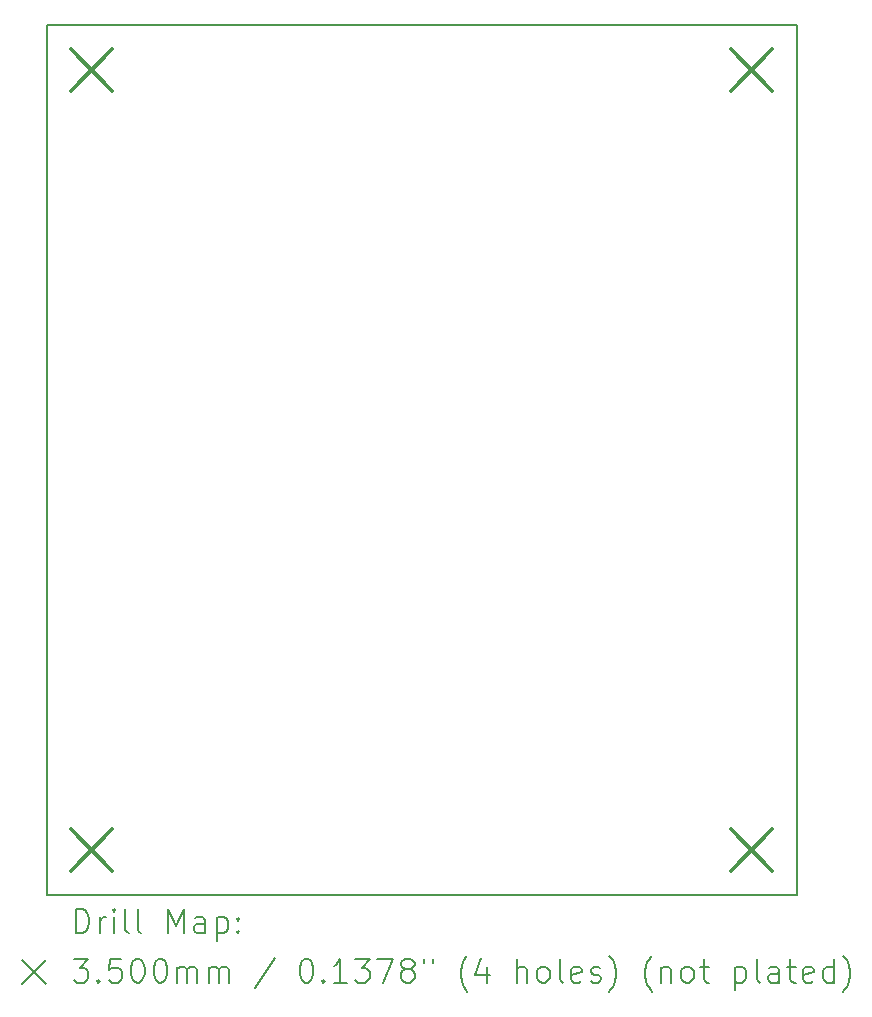
<source format=gbr>
%FSLAX45Y45*%
G04 Gerber Fmt 4.5, Leading zero omitted, Abs format (unit mm)*
G04 Created by KiCad (PCBNEW (6.0.4)) date 2022-03-26 17:54:47*
%MOMM*%
%LPD*%
G01*
G04 APERTURE LIST*
%TA.AperFunction,Profile*%
%ADD10C,0.200000*%
%TD*%
%ADD11C,0.200000*%
%ADD12C,0.350000*%
G04 APERTURE END LIST*
D10*
X10033000Y-13589000D02*
X10033000Y-6223000D01*
X16383000Y-13589000D02*
X10033000Y-13589000D01*
X16383000Y-6223000D02*
X16383000Y-13589000D01*
X10033000Y-6223000D02*
X16383000Y-6223000D01*
D11*
D12*
X10239000Y-6429000D02*
X10589000Y-6779000D01*
X10589000Y-6429000D02*
X10239000Y-6779000D01*
X10239000Y-13033000D02*
X10589000Y-13383000D01*
X10589000Y-13033000D02*
X10239000Y-13383000D01*
X15827000Y-6429000D02*
X16177000Y-6779000D01*
X16177000Y-6429000D02*
X15827000Y-6779000D01*
X15827000Y-13033000D02*
X16177000Y-13383000D01*
X16177000Y-13033000D02*
X15827000Y-13383000D01*
D11*
X10280619Y-13909476D02*
X10280619Y-13709476D01*
X10328238Y-13709476D01*
X10356810Y-13719000D01*
X10375857Y-13738048D01*
X10385381Y-13757095D01*
X10394905Y-13795190D01*
X10394905Y-13823762D01*
X10385381Y-13861857D01*
X10375857Y-13880905D01*
X10356810Y-13899952D01*
X10328238Y-13909476D01*
X10280619Y-13909476D01*
X10480619Y-13909476D02*
X10480619Y-13776143D01*
X10480619Y-13814238D02*
X10490143Y-13795190D01*
X10499667Y-13785667D01*
X10518714Y-13776143D01*
X10537762Y-13776143D01*
X10604429Y-13909476D02*
X10604429Y-13776143D01*
X10604429Y-13709476D02*
X10594905Y-13719000D01*
X10604429Y-13728524D01*
X10613952Y-13719000D01*
X10604429Y-13709476D01*
X10604429Y-13728524D01*
X10728238Y-13909476D02*
X10709190Y-13899952D01*
X10699667Y-13880905D01*
X10699667Y-13709476D01*
X10833000Y-13909476D02*
X10813952Y-13899952D01*
X10804429Y-13880905D01*
X10804429Y-13709476D01*
X11061571Y-13909476D02*
X11061571Y-13709476D01*
X11128238Y-13852333D01*
X11194905Y-13709476D01*
X11194905Y-13909476D01*
X11375857Y-13909476D02*
X11375857Y-13804714D01*
X11366333Y-13785667D01*
X11347286Y-13776143D01*
X11309190Y-13776143D01*
X11290143Y-13785667D01*
X11375857Y-13899952D02*
X11356809Y-13909476D01*
X11309190Y-13909476D01*
X11290143Y-13899952D01*
X11280619Y-13880905D01*
X11280619Y-13861857D01*
X11290143Y-13842809D01*
X11309190Y-13833286D01*
X11356809Y-13833286D01*
X11375857Y-13823762D01*
X11471095Y-13776143D02*
X11471095Y-13976143D01*
X11471095Y-13785667D02*
X11490143Y-13776143D01*
X11528238Y-13776143D01*
X11547286Y-13785667D01*
X11556809Y-13795190D01*
X11566333Y-13814238D01*
X11566333Y-13871381D01*
X11556809Y-13890428D01*
X11547286Y-13899952D01*
X11528238Y-13909476D01*
X11490143Y-13909476D01*
X11471095Y-13899952D01*
X11652048Y-13890428D02*
X11661571Y-13899952D01*
X11652048Y-13909476D01*
X11642524Y-13899952D01*
X11652048Y-13890428D01*
X11652048Y-13909476D01*
X11652048Y-13785667D02*
X11661571Y-13795190D01*
X11652048Y-13804714D01*
X11642524Y-13795190D01*
X11652048Y-13785667D01*
X11652048Y-13804714D01*
X9823000Y-14139000D02*
X10023000Y-14339000D01*
X10023000Y-14139000D02*
X9823000Y-14339000D01*
X10261571Y-14129476D02*
X10385381Y-14129476D01*
X10318714Y-14205667D01*
X10347286Y-14205667D01*
X10366333Y-14215190D01*
X10375857Y-14224714D01*
X10385381Y-14243762D01*
X10385381Y-14291381D01*
X10375857Y-14310428D01*
X10366333Y-14319952D01*
X10347286Y-14329476D01*
X10290143Y-14329476D01*
X10271095Y-14319952D01*
X10261571Y-14310428D01*
X10471095Y-14310428D02*
X10480619Y-14319952D01*
X10471095Y-14329476D01*
X10461571Y-14319952D01*
X10471095Y-14310428D01*
X10471095Y-14329476D01*
X10661571Y-14129476D02*
X10566333Y-14129476D01*
X10556810Y-14224714D01*
X10566333Y-14215190D01*
X10585381Y-14205667D01*
X10633000Y-14205667D01*
X10652048Y-14215190D01*
X10661571Y-14224714D01*
X10671095Y-14243762D01*
X10671095Y-14291381D01*
X10661571Y-14310428D01*
X10652048Y-14319952D01*
X10633000Y-14329476D01*
X10585381Y-14329476D01*
X10566333Y-14319952D01*
X10556810Y-14310428D01*
X10794905Y-14129476D02*
X10813952Y-14129476D01*
X10833000Y-14139000D01*
X10842524Y-14148524D01*
X10852048Y-14167571D01*
X10861571Y-14205667D01*
X10861571Y-14253286D01*
X10852048Y-14291381D01*
X10842524Y-14310428D01*
X10833000Y-14319952D01*
X10813952Y-14329476D01*
X10794905Y-14329476D01*
X10775857Y-14319952D01*
X10766333Y-14310428D01*
X10756810Y-14291381D01*
X10747286Y-14253286D01*
X10747286Y-14205667D01*
X10756810Y-14167571D01*
X10766333Y-14148524D01*
X10775857Y-14139000D01*
X10794905Y-14129476D01*
X10985381Y-14129476D02*
X11004429Y-14129476D01*
X11023476Y-14139000D01*
X11033000Y-14148524D01*
X11042524Y-14167571D01*
X11052048Y-14205667D01*
X11052048Y-14253286D01*
X11042524Y-14291381D01*
X11033000Y-14310428D01*
X11023476Y-14319952D01*
X11004429Y-14329476D01*
X10985381Y-14329476D01*
X10966333Y-14319952D01*
X10956810Y-14310428D01*
X10947286Y-14291381D01*
X10937762Y-14253286D01*
X10937762Y-14205667D01*
X10947286Y-14167571D01*
X10956810Y-14148524D01*
X10966333Y-14139000D01*
X10985381Y-14129476D01*
X11137762Y-14329476D02*
X11137762Y-14196143D01*
X11137762Y-14215190D02*
X11147286Y-14205667D01*
X11166333Y-14196143D01*
X11194905Y-14196143D01*
X11213952Y-14205667D01*
X11223476Y-14224714D01*
X11223476Y-14329476D01*
X11223476Y-14224714D02*
X11233000Y-14205667D01*
X11252048Y-14196143D01*
X11280619Y-14196143D01*
X11299667Y-14205667D01*
X11309190Y-14224714D01*
X11309190Y-14329476D01*
X11404428Y-14329476D02*
X11404428Y-14196143D01*
X11404428Y-14215190D02*
X11413952Y-14205667D01*
X11433000Y-14196143D01*
X11461571Y-14196143D01*
X11480619Y-14205667D01*
X11490143Y-14224714D01*
X11490143Y-14329476D01*
X11490143Y-14224714D02*
X11499667Y-14205667D01*
X11518714Y-14196143D01*
X11547286Y-14196143D01*
X11566333Y-14205667D01*
X11575857Y-14224714D01*
X11575857Y-14329476D01*
X11966333Y-14119952D02*
X11794905Y-14377095D01*
X12223476Y-14129476D02*
X12242524Y-14129476D01*
X12261571Y-14139000D01*
X12271095Y-14148524D01*
X12280619Y-14167571D01*
X12290143Y-14205667D01*
X12290143Y-14253286D01*
X12280619Y-14291381D01*
X12271095Y-14310428D01*
X12261571Y-14319952D01*
X12242524Y-14329476D01*
X12223476Y-14329476D01*
X12204428Y-14319952D01*
X12194905Y-14310428D01*
X12185381Y-14291381D01*
X12175857Y-14253286D01*
X12175857Y-14205667D01*
X12185381Y-14167571D01*
X12194905Y-14148524D01*
X12204428Y-14139000D01*
X12223476Y-14129476D01*
X12375857Y-14310428D02*
X12385381Y-14319952D01*
X12375857Y-14329476D01*
X12366333Y-14319952D01*
X12375857Y-14310428D01*
X12375857Y-14329476D01*
X12575857Y-14329476D02*
X12461571Y-14329476D01*
X12518714Y-14329476D02*
X12518714Y-14129476D01*
X12499667Y-14158048D01*
X12480619Y-14177095D01*
X12461571Y-14186619D01*
X12642524Y-14129476D02*
X12766333Y-14129476D01*
X12699667Y-14205667D01*
X12728238Y-14205667D01*
X12747286Y-14215190D01*
X12756809Y-14224714D01*
X12766333Y-14243762D01*
X12766333Y-14291381D01*
X12756809Y-14310428D01*
X12747286Y-14319952D01*
X12728238Y-14329476D01*
X12671095Y-14329476D01*
X12652048Y-14319952D01*
X12642524Y-14310428D01*
X12833000Y-14129476D02*
X12966333Y-14129476D01*
X12880619Y-14329476D01*
X13071095Y-14215190D02*
X13052048Y-14205667D01*
X13042524Y-14196143D01*
X13033000Y-14177095D01*
X13033000Y-14167571D01*
X13042524Y-14148524D01*
X13052048Y-14139000D01*
X13071095Y-14129476D01*
X13109190Y-14129476D01*
X13128238Y-14139000D01*
X13137762Y-14148524D01*
X13147286Y-14167571D01*
X13147286Y-14177095D01*
X13137762Y-14196143D01*
X13128238Y-14205667D01*
X13109190Y-14215190D01*
X13071095Y-14215190D01*
X13052048Y-14224714D01*
X13042524Y-14234238D01*
X13033000Y-14253286D01*
X13033000Y-14291381D01*
X13042524Y-14310428D01*
X13052048Y-14319952D01*
X13071095Y-14329476D01*
X13109190Y-14329476D01*
X13128238Y-14319952D01*
X13137762Y-14310428D01*
X13147286Y-14291381D01*
X13147286Y-14253286D01*
X13137762Y-14234238D01*
X13128238Y-14224714D01*
X13109190Y-14215190D01*
X13223476Y-14129476D02*
X13223476Y-14167571D01*
X13299667Y-14129476D02*
X13299667Y-14167571D01*
X13594905Y-14405667D02*
X13585381Y-14396143D01*
X13566333Y-14367571D01*
X13556809Y-14348524D01*
X13547286Y-14319952D01*
X13537762Y-14272333D01*
X13537762Y-14234238D01*
X13547286Y-14186619D01*
X13556809Y-14158048D01*
X13566333Y-14139000D01*
X13585381Y-14110428D01*
X13594905Y-14100905D01*
X13756809Y-14196143D02*
X13756809Y-14329476D01*
X13709190Y-14119952D02*
X13661571Y-14262809D01*
X13785381Y-14262809D01*
X14013952Y-14329476D02*
X14013952Y-14129476D01*
X14099667Y-14329476D02*
X14099667Y-14224714D01*
X14090143Y-14205667D01*
X14071095Y-14196143D01*
X14042524Y-14196143D01*
X14023476Y-14205667D01*
X14013952Y-14215190D01*
X14223476Y-14329476D02*
X14204428Y-14319952D01*
X14194905Y-14310428D01*
X14185381Y-14291381D01*
X14185381Y-14234238D01*
X14194905Y-14215190D01*
X14204428Y-14205667D01*
X14223476Y-14196143D01*
X14252048Y-14196143D01*
X14271095Y-14205667D01*
X14280619Y-14215190D01*
X14290143Y-14234238D01*
X14290143Y-14291381D01*
X14280619Y-14310428D01*
X14271095Y-14319952D01*
X14252048Y-14329476D01*
X14223476Y-14329476D01*
X14404428Y-14329476D02*
X14385381Y-14319952D01*
X14375857Y-14300905D01*
X14375857Y-14129476D01*
X14556809Y-14319952D02*
X14537762Y-14329476D01*
X14499667Y-14329476D01*
X14480619Y-14319952D01*
X14471095Y-14300905D01*
X14471095Y-14224714D01*
X14480619Y-14205667D01*
X14499667Y-14196143D01*
X14537762Y-14196143D01*
X14556809Y-14205667D01*
X14566333Y-14224714D01*
X14566333Y-14243762D01*
X14471095Y-14262809D01*
X14642524Y-14319952D02*
X14661571Y-14329476D01*
X14699667Y-14329476D01*
X14718714Y-14319952D01*
X14728238Y-14300905D01*
X14728238Y-14291381D01*
X14718714Y-14272333D01*
X14699667Y-14262809D01*
X14671095Y-14262809D01*
X14652048Y-14253286D01*
X14642524Y-14234238D01*
X14642524Y-14224714D01*
X14652048Y-14205667D01*
X14671095Y-14196143D01*
X14699667Y-14196143D01*
X14718714Y-14205667D01*
X14794905Y-14405667D02*
X14804428Y-14396143D01*
X14823476Y-14367571D01*
X14833000Y-14348524D01*
X14842524Y-14319952D01*
X14852048Y-14272333D01*
X14852048Y-14234238D01*
X14842524Y-14186619D01*
X14833000Y-14158048D01*
X14823476Y-14139000D01*
X14804428Y-14110428D01*
X14794905Y-14100905D01*
X15156809Y-14405667D02*
X15147286Y-14396143D01*
X15128238Y-14367571D01*
X15118714Y-14348524D01*
X15109190Y-14319952D01*
X15099667Y-14272333D01*
X15099667Y-14234238D01*
X15109190Y-14186619D01*
X15118714Y-14158048D01*
X15128238Y-14139000D01*
X15147286Y-14110428D01*
X15156809Y-14100905D01*
X15233000Y-14196143D02*
X15233000Y-14329476D01*
X15233000Y-14215190D02*
X15242524Y-14205667D01*
X15261571Y-14196143D01*
X15290143Y-14196143D01*
X15309190Y-14205667D01*
X15318714Y-14224714D01*
X15318714Y-14329476D01*
X15442524Y-14329476D02*
X15423476Y-14319952D01*
X15413952Y-14310428D01*
X15404428Y-14291381D01*
X15404428Y-14234238D01*
X15413952Y-14215190D01*
X15423476Y-14205667D01*
X15442524Y-14196143D01*
X15471095Y-14196143D01*
X15490143Y-14205667D01*
X15499667Y-14215190D01*
X15509190Y-14234238D01*
X15509190Y-14291381D01*
X15499667Y-14310428D01*
X15490143Y-14319952D01*
X15471095Y-14329476D01*
X15442524Y-14329476D01*
X15566333Y-14196143D02*
X15642524Y-14196143D01*
X15594905Y-14129476D02*
X15594905Y-14300905D01*
X15604428Y-14319952D01*
X15623476Y-14329476D01*
X15642524Y-14329476D01*
X15861571Y-14196143D02*
X15861571Y-14396143D01*
X15861571Y-14205667D02*
X15880619Y-14196143D01*
X15918714Y-14196143D01*
X15937762Y-14205667D01*
X15947286Y-14215190D01*
X15956809Y-14234238D01*
X15956809Y-14291381D01*
X15947286Y-14310428D01*
X15937762Y-14319952D01*
X15918714Y-14329476D01*
X15880619Y-14329476D01*
X15861571Y-14319952D01*
X16071095Y-14329476D02*
X16052048Y-14319952D01*
X16042524Y-14300905D01*
X16042524Y-14129476D01*
X16233000Y-14329476D02*
X16233000Y-14224714D01*
X16223476Y-14205667D01*
X16204428Y-14196143D01*
X16166333Y-14196143D01*
X16147286Y-14205667D01*
X16233000Y-14319952D02*
X16213952Y-14329476D01*
X16166333Y-14329476D01*
X16147286Y-14319952D01*
X16137762Y-14300905D01*
X16137762Y-14281857D01*
X16147286Y-14262809D01*
X16166333Y-14253286D01*
X16213952Y-14253286D01*
X16233000Y-14243762D01*
X16299667Y-14196143D02*
X16375857Y-14196143D01*
X16328238Y-14129476D02*
X16328238Y-14300905D01*
X16337762Y-14319952D01*
X16356809Y-14329476D01*
X16375857Y-14329476D01*
X16518714Y-14319952D02*
X16499667Y-14329476D01*
X16461571Y-14329476D01*
X16442524Y-14319952D01*
X16433000Y-14300905D01*
X16433000Y-14224714D01*
X16442524Y-14205667D01*
X16461571Y-14196143D01*
X16499667Y-14196143D01*
X16518714Y-14205667D01*
X16528238Y-14224714D01*
X16528238Y-14243762D01*
X16433000Y-14262809D01*
X16699667Y-14329476D02*
X16699667Y-14129476D01*
X16699667Y-14319952D02*
X16680619Y-14329476D01*
X16642524Y-14329476D01*
X16623476Y-14319952D01*
X16613952Y-14310428D01*
X16604428Y-14291381D01*
X16604428Y-14234238D01*
X16613952Y-14215190D01*
X16623476Y-14205667D01*
X16642524Y-14196143D01*
X16680619Y-14196143D01*
X16699667Y-14205667D01*
X16775857Y-14405667D02*
X16785381Y-14396143D01*
X16804429Y-14367571D01*
X16813952Y-14348524D01*
X16823476Y-14319952D01*
X16833000Y-14272333D01*
X16833000Y-14234238D01*
X16823476Y-14186619D01*
X16813952Y-14158048D01*
X16804429Y-14139000D01*
X16785381Y-14110428D01*
X16775857Y-14100905D01*
M02*

</source>
